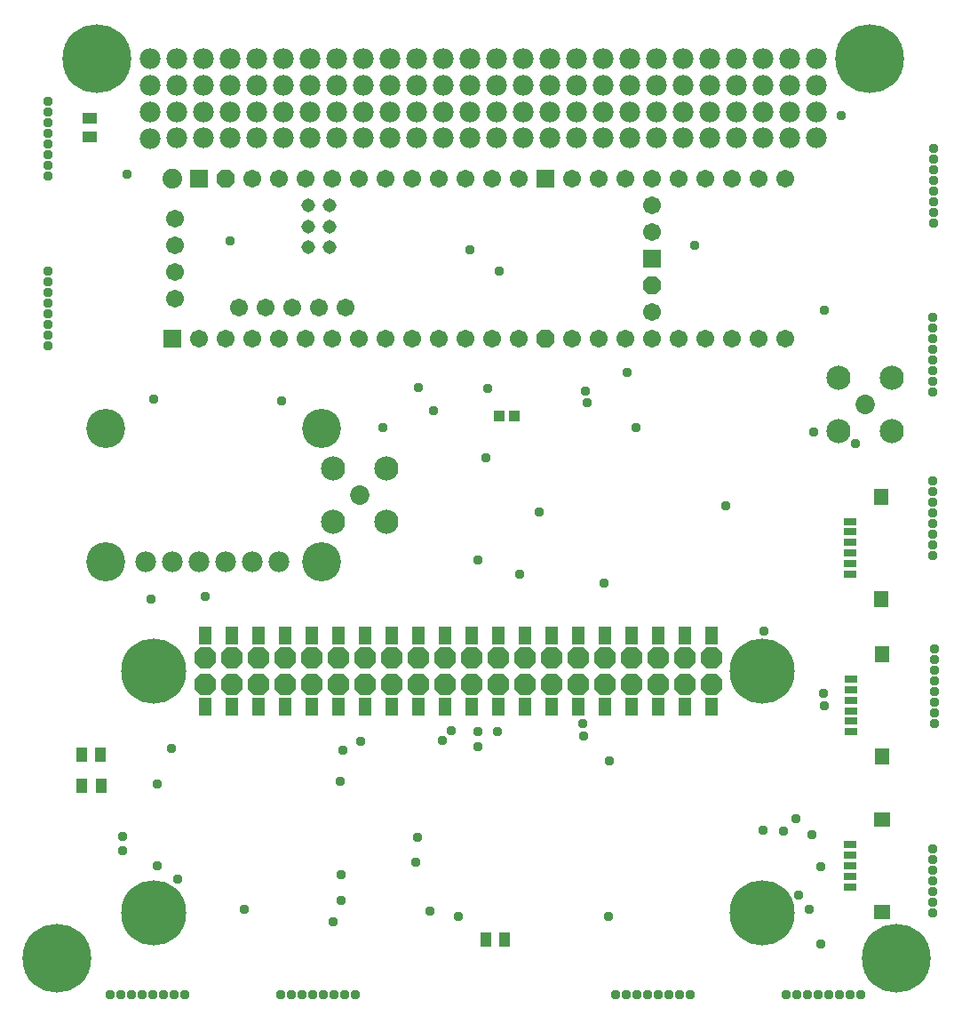
<source format=gbr>
G04 EAGLE Gerber RS-274X export*
G75*
%MOMM*%
%FSLAX34Y34*%
%LPD*%
%INSoldermask Top*%
%IPPOS*%
%AMOC8*
5,1,8,0,0,1.08239X$1,22.5*%
G01*
%ADD10C,6.553200*%
%ADD11C,1.981200*%
%ADD12R,1.403200X1.003200*%
%ADD13R,1.193800X0.762000*%
%ADD14R,1.473200X1.498600*%
%ADD15R,1.223200X1.727200*%
%ADD16R,1.003200X1.403200*%
%ADD17R,1.711200X1.711200*%
%ADD18C,1.879600*%
%ADD19P,1.852186X8X112.500000*%
%ADD20C,1.711200*%
%ADD21C,1.311200*%
%ADD22R,1.203200X0.753200*%
%ADD23R,1.503200X1.463200*%
%ADD24P,2.249423X8X22.500000*%
%ADD25R,1.003200X1.003200*%
%ADD26C,2.303200*%
%ADD27C,1.853200*%
%ADD28C,0.959600*%
%ADD29C,3.719200*%
%ADD30C,6.203200*%


D10*
X50800Y50800D03*
X850900Y50800D03*
X825500Y908050D03*
X88900Y908050D03*
D11*
X774700Y908050D03*
X774700Y882650D03*
X139700Y908050D03*
X139700Y882650D03*
X749300Y908050D03*
X749300Y882650D03*
X723900Y908050D03*
X723900Y882650D03*
X698500Y908050D03*
X698500Y882650D03*
X673100Y908050D03*
X673100Y882650D03*
X647700Y908050D03*
X647700Y882650D03*
X622300Y908050D03*
X622300Y882650D03*
X596900Y908050D03*
X596900Y882650D03*
X571500Y908050D03*
X571500Y882650D03*
X546100Y908050D03*
X546100Y882650D03*
X520700Y908050D03*
X520700Y882650D03*
X495300Y908050D03*
X495300Y882650D03*
X469900Y908050D03*
X469900Y882650D03*
X444500Y908050D03*
X444500Y882650D03*
X419100Y908050D03*
X419100Y882650D03*
X393700Y908050D03*
X393700Y882650D03*
X368300Y908050D03*
X368300Y882650D03*
X342900Y908050D03*
X342900Y882650D03*
X317500Y908050D03*
X317500Y882650D03*
X292100Y908050D03*
X292100Y882650D03*
X266700Y908050D03*
X266700Y882650D03*
X241300Y908050D03*
X241300Y882650D03*
X215900Y908050D03*
X215900Y882650D03*
X190500Y908050D03*
X190500Y882650D03*
X165100Y908050D03*
X165100Y882650D03*
X774700Y857250D03*
X774700Y832231D03*
X139700Y857250D03*
X139700Y831850D03*
X749300Y857250D03*
X749300Y832231D03*
X723900Y857250D03*
X723900Y832231D03*
X698500Y857250D03*
X698500Y832231D03*
X673100Y857250D03*
X673100Y832231D03*
X647700Y857250D03*
X647700Y832231D03*
X622300Y857250D03*
X622300Y832231D03*
X596900Y857250D03*
X596900Y832231D03*
X571500Y857250D03*
X571500Y832231D03*
X546100Y857250D03*
X546100Y832231D03*
X520700Y857250D03*
X520700Y832231D03*
X495300Y857250D03*
X495300Y832231D03*
X469900Y857250D03*
X469900Y832231D03*
X444500Y857250D03*
X444500Y832231D03*
X419100Y857250D03*
X419100Y832231D03*
X393700Y857250D03*
X393700Y832231D03*
X368300Y857250D03*
X368300Y832231D03*
X342900Y857250D03*
X342900Y832231D03*
X317500Y857250D03*
X317500Y832231D03*
X292100Y857250D03*
X292100Y832231D03*
X266700Y857250D03*
X266700Y832231D03*
X241300Y857250D03*
X241300Y832231D03*
X215900Y857250D03*
X215900Y832231D03*
X190500Y857250D03*
X190500Y832231D03*
X165100Y857250D03*
X165100Y832231D03*
D12*
X81690Y851440D03*
X81690Y833440D03*
D13*
X807324Y266800D03*
X807324Y276800D03*
X807324Y286800D03*
X807324Y296800D03*
X807324Y306800D03*
X807324Y316800D03*
D14*
X837224Y340550D03*
X837224Y243050D03*
D15*
X191600Y358140D03*
X217000Y358140D03*
X242400Y358140D03*
X267800Y358140D03*
X293200Y358140D03*
X318600Y358140D03*
X344000Y358140D03*
X369400Y358140D03*
X394800Y358140D03*
X420200Y358140D03*
X445600Y358140D03*
X471000Y358140D03*
X496400Y358140D03*
X521800Y358140D03*
X547200Y358140D03*
X572600Y358140D03*
X598000Y358140D03*
X623400Y358140D03*
X648800Y358140D03*
X674200Y358140D03*
X191600Y291060D03*
X217000Y291060D03*
X242400Y291060D03*
X267800Y291060D03*
X293200Y291060D03*
X318600Y291060D03*
X344000Y291060D03*
X369400Y291060D03*
X394800Y291060D03*
X420200Y291060D03*
X445600Y291060D03*
X471000Y291060D03*
X496400Y291060D03*
X521800Y291060D03*
X547200Y291060D03*
X572600Y291060D03*
X598000Y291060D03*
X623400Y291060D03*
X648800Y291060D03*
X674200Y291060D03*
D11*
X135040Y428604D03*
X160440Y428604D03*
X185840Y428604D03*
X211240Y428604D03*
X236640Y428604D03*
X262040Y428604D03*
D16*
X74400Y215700D03*
X92400Y215700D03*
X91900Y244700D03*
X73900Y244700D03*
D17*
X160400Y641100D03*
X617600Y717300D03*
X185800Y793500D03*
D18*
X160400Y793500D03*
D19*
X211200Y793500D03*
X617600Y691900D03*
D20*
X617600Y666500D03*
X617600Y742700D03*
X617600Y768100D03*
X490600Y793500D03*
X490600Y641100D03*
X185800Y641100D03*
X211200Y641100D03*
X236600Y641100D03*
X262000Y641100D03*
X287400Y641100D03*
X312800Y641100D03*
X338200Y641100D03*
X363600Y641100D03*
X389000Y641100D03*
X414400Y641100D03*
X439800Y641100D03*
X465200Y641100D03*
X162700Y755400D03*
X465200Y793500D03*
X439800Y793500D03*
X414400Y793500D03*
X389000Y793500D03*
X363600Y793500D03*
X338200Y793500D03*
X312800Y793500D03*
X287400Y793500D03*
X262000Y793500D03*
X236600Y793500D03*
D19*
X516000Y641100D03*
D20*
X566800Y641100D03*
X592200Y641100D03*
X617600Y641100D03*
X643000Y641100D03*
X668400Y641100D03*
X693800Y641100D03*
X719200Y641100D03*
X744600Y641100D03*
X541400Y793500D03*
X566800Y793500D03*
X592200Y793500D03*
X617600Y793500D03*
X643000Y793500D03*
X668400Y793500D03*
X693800Y793500D03*
X719200Y793500D03*
X744600Y793500D03*
X223900Y671100D03*
X249300Y671100D03*
X274700Y671100D03*
X300100Y671100D03*
X325500Y671100D03*
X541400Y641100D03*
D17*
X516000Y793500D03*
D20*
X162700Y704600D03*
X162700Y679200D03*
D21*
X290100Y768100D03*
X290100Y748100D03*
X290100Y728100D03*
X310100Y768100D03*
X310100Y748100D03*
X310100Y728100D03*
D20*
X162700Y730000D03*
D22*
X806800Y119100D03*
X806800Y129100D03*
X806800Y139100D03*
X806800Y149100D03*
X806800Y159100D03*
D23*
X836700Y95350D03*
X836700Y182900D03*
D24*
X191600Y311900D03*
X191600Y337300D03*
X217000Y311900D03*
X217000Y337300D03*
X242400Y311900D03*
X242400Y337300D03*
X267800Y311900D03*
X267800Y337300D03*
X293200Y311900D03*
X293200Y337300D03*
X318600Y311900D03*
X318600Y337300D03*
X344000Y311900D03*
X344000Y337300D03*
X369400Y311900D03*
X369400Y337300D03*
X394800Y311900D03*
X394800Y337300D03*
X420200Y311900D03*
X420200Y337300D03*
X445600Y311900D03*
X445600Y337300D03*
X471000Y311900D03*
X471000Y337300D03*
X496400Y311900D03*
X496400Y337300D03*
X521800Y311900D03*
X521800Y337300D03*
X547200Y311900D03*
X547200Y337300D03*
X572600Y311900D03*
X572600Y337300D03*
X598000Y311900D03*
X598000Y337300D03*
X623400Y311900D03*
X623400Y337300D03*
X648800Y311900D03*
X648800Y337300D03*
X674200Y311900D03*
X674200Y337300D03*
D13*
X806224Y417100D03*
X806224Y427100D03*
X806224Y437100D03*
X806224Y447100D03*
X806224Y457100D03*
X806224Y467100D03*
D14*
X836124Y490850D03*
X836124Y393350D03*
D25*
X486800Y567200D03*
X471800Y567200D03*
D26*
X846000Y604200D03*
X846000Y553400D03*
X795200Y553400D03*
X795200Y604200D03*
D27*
X820600Y578800D03*
D26*
X313600Y466700D03*
X313600Y517500D03*
X364400Y517500D03*
X364400Y466700D03*
D27*
X339000Y492100D03*
D16*
X459000Y69000D03*
X477000Y69000D03*
D28*
X101600Y16510D03*
X121920Y16510D03*
X132080Y16510D03*
X142240Y16510D03*
X152400Y16510D03*
X162560Y16510D03*
X172720Y16510D03*
X111760Y16510D03*
X264160Y16510D03*
X274320Y16510D03*
X284480Y16510D03*
X294640Y16510D03*
X304800Y16510D03*
X314960Y16510D03*
X325120Y16510D03*
X41656Y796544D03*
X41656Y816864D03*
X41656Y827024D03*
X41656Y837184D03*
X41656Y847344D03*
X41656Y857504D03*
X41656Y867664D03*
X41656Y806704D03*
X41656Y634492D03*
X41656Y654812D03*
X41656Y664972D03*
X41656Y675132D03*
X41656Y685292D03*
X41656Y695452D03*
X41656Y705612D03*
X41656Y644652D03*
X582930Y16510D03*
X603250Y16510D03*
X613410Y16510D03*
X623570Y16510D03*
X633730Y16510D03*
X643890Y16510D03*
X654050Y16510D03*
X593090Y16510D03*
X745490Y16510D03*
X755650Y16510D03*
X765810Y16510D03*
X775970Y16510D03*
X786130Y16510D03*
X796290Y16510D03*
X806450Y16510D03*
X816610Y16510D03*
X885190Y94234D03*
X885190Y114554D03*
X885190Y124714D03*
X885190Y134874D03*
X885190Y145034D03*
X885190Y155194D03*
X885190Y104394D03*
X886206Y751332D03*
X886206Y771652D03*
X886206Y781812D03*
X886206Y791972D03*
X886206Y802132D03*
X886206Y812292D03*
X886206Y822452D03*
X886206Y761492D03*
X798000Y854000D03*
X335250Y16500D03*
X229000Y98000D03*
X778700Y64300D03*
X811700Y541700D03*
X767600Y97600D03*
X771800Y552100D03*
X754600Y184300D03*
X723700Y172700D03*
X602800Y557000D03*
X594200Y608700D03*
X742800Y172600D03*
X146100Y139000D03*
X406400Y96000D03*
X572200Y408300D03*
X451500Y252400D03*
X361100Y556200D03*
X555600Y580700D03*
X113000Y167400D03*
X113400Y153300D03*
X426200Y268000D03*
X451600Y267000D03*
X470700Y266800D03*
X781900Y291200D03*
X452100Y430600D03*
X781300Y303100D03*
X491600Y417200D03*
X510100Y475800D03*
X191400Y395900D03*
X554200Y590900D03*
X165700Y126200D03*
X770100Y169200D03*
X417600Y258800D03*
X320700Y219900D03*
X159200Y251300D03*
X459000Y528100D03*
X215800Y734400D03*
D29*
X303060Y555600D03*
X96940Y428604D03*
X96940Y555604D03*
X303060Y428604D03*
D28*
X688000Y482000D03*
X313600Y86000D03*
X145700Y216800D03*
X576000Y91000D03*
X433000Y91000D03*
X577000Y239000D03*
X395200Y594500D03*
X140300Y393300D03*
X886590Y274934D03*
X886590Y295254D03*
X886590Y305414D03*
X886590Y315574D03*
X886590Y325734D03*
X886590Y335894D03*
X886590Y346054D03*
X886590Y285094D03*
X885490Y590834D03*
X885490Y611154D03*
X885490Y621314D03*
X885490Y631474D03*
X885490Y641634D03*
X885490Y651794D03*
X885490Y661954D03*
X885490Y600994D03*
X885190Y434634D03*
X885190Y454954D03*
X885190Y465114D03*
X885190Y475274D03*
X885190Y485434D03*
X885190Y495594D03*
X885190Y505754D03*
X885190Y444794D03*
X781700Y668400D03*
X392600Y142900D03*
X393900Y165900D03*
X323100Y249600D03*
X340000Y257500D03*
X551400Y274700D03*
X552400Y262800D03*
D30*
X142600Y324700D03*
X722600Y324600D03*
X722600Y94600D03*
X142600Y94600D03*
D28*
X460900Y593800D03*
X724000Y362800D03*
X778600Y138700D03*
X658400Y730500D03*
X321400Y130400D03*
X321400Y105900D03*
X757000Y111000D03*
X443700Y725800D03*
X471900Y705700D03*
X409000Y573000D03*
X265000Y582000D03*
X143000Y584000D03*
X117000Y798000D03*
M02*

</source>
